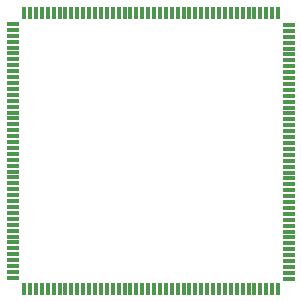
<source format=gbr>
%TF.GenerationSoftware,KiCad,Pcbnew,9.0.4*%
%TF.CreationDate,2025-11-13T11:22:40+01:00*%
%TF.ProjectId,Neptune-32x-315-5818-bypass,4e657074-756e-4652-9d33-32782d333135,rev?*%
%TF.SameCoordinates,Original*%
%TF.FileFunction,Soldermask,Top*%
%TF.FilePolarity,Negative*%
%FSLAX46Y46*%
G04 Gerber Fmt 4.6, Leading zero omitted, Abs format (unit mm)*
G04 Created by KiCad (PCBNEW 9.0.4) date 2025-11-13 11:22:40*
%MOMM*%
%LPD*%
G01*
G04 APERTURE LIST*
%ADD10R,1.000000X0.300000*%
%ADD11R,0.300000X1.000000*%
G04 APERTURE END LIST*
D10*
%TO.C,IC1*%
X125444800Y-78200400D03*
X125444800Y-78700400D03*
X125444800Y-79200400D03*
X125444800Y-79700400D03*
X125444800Y-80200400D03*
X125444800Y-80700400D03*
X125444800Y-81200400D03*
X125444800Y-81700400D03*
X125444800Y-82200400D03*
X125444800Y-82700400D03*
X125444800Y-83200400D03*
X125444800Y-83700400D03*
X125444800Y-84200400D03*
X125444800Y-84700400D03*
X125444800Y-85200400D03*
X125444800Y-85700400D03*
X125444800Y-86200400D03*
X125444800Y-86700400D03*
X125444800Y-87200400D03*
X125444800Y-87700400D03*
X125444800Y-88200400D03*
X125444800Y-88700400D03*
X125444800Y-89200400D03*
X125444800Y-89700400D03*
X125444800Y-90200400D03*
X125444800Y-90700400D03*
X125444800Y-91200400D03*
X125444800Y-91700400D03*
X125444800Y-92200400D03*
X125444800Y-92700400D03*
X125444800Y-93200400D03*
X125444800Y-93700400D03*
X125444800Y-94200400D03*
X125444800Y-94700400D03*
X125444800Y-95200400D03*
X125444800Y-95700400D03*
X125444800Y-96200400D03*
X125444800Y-96700400D03*
X125444800Y-97200400D03*
X125444800Y-97700400D03*
X125444800Y-98200400D03*
X125444800Y-98700400D03*
X125444800Y-99200400D03*
X125444800Y-99700400D03*
D11*
X126378800Y-100634400D03*
X126878800Y-100634400D03*
X127378800Y-100634400D03*
X127878800Y-100634400D03*
X128378800Y-100634400D03*
X128878800Y-100634400D03*
X129378800Y-100634400D03*
X129878800Y-100634400D03*
X130378800Y-100634400D03*
X130878800Y-100634400D03*
X131378800Y-100634400D03*
X131878800Y-100634400D03*
X132378800Y-100634400D03*
X132878800Y-100634400D03*
X133378800Y-100634400D03*
X133878800Y-100634400D03*
X134378800Y-100634400D03*
X134878800Y-100634400D03*
X135378800Y-100634400D03*
X135878800Y-100634400D03*
X136378800Y-100634400D03*
X136878800Y-100634400D03*
X137378800Y-100634400D03*
X137878800Y-100634400D03*
X138378800Y-100634400D03*
X138878800Y-100634400D03*
X139378800Y-100634400D03*
X139878800Y-100634400D03*
X140378800Y-100634400D03*
X140878800Y-100634400D03*
X141378800Y-100634400D03*
X141878800Y-100634400D03*
X142378800Y-100634400D03*
X142878800Y-100634400D03*
X143378800Y-100634400D03*
X143878800Y-100634400D03*
X144378800Y-100634400D03*
X144878800Y-100634400D03*
X145378800Y-100634400D03*
X145878800Y-100634400D03*
X146378800Y-100634400D03*
X146878800Y-100634400D03*
X147378800Y-100634400D03*
X147878800Y-100634400D03*
D10*
X148812800Y-99782400D03*
X148812800Y-99282400D03*
X148812800Y-98782400D03*
X148812800Y-98282400D03*
X148812800Y-97782400D03*
X148812800Y-97282400D03*
X148812800Y-96782400D03*
X148812800Y-96282400D03*
X148812800Y-95782400D03*
X148812800Y-95282400D03*
X148812800Y-94782400D03*
X148812800Y-94282400D03*
X148812800Y-93782400D03*
X148812800Y-93282400D03*
X148812800Y-92782400D03*
X148812800Y-92282400D03*
X148812800Y-91782400D03*
X148812800Y-91282400D03*
X148812800Y-90782400D03*
X148812800Y-90282400D03*
X148812800Y-89782400D03*
X148812800Y-89282400D03*
X148812800Y-88782400D03*
X148812800Y-88282400D03*
X148812800Y-87782400D03*
X148812800Y-87282400D03*
X148812800Y-86782400D03*
X148812800Y-86282400D03*
X148812800Y-85782400D03*
X148812800Y-85282400D03*
X148812800Y-84782400D03*
X148812800Y-84282400D03*
X148812800Y-83782400D03*
X148812800Y-83282400D03*
X148812800Y-82782400D03*
X148812800Y-82282400D03*
X148812800Y-81782400D03*
X148812800Y-81282400D03*
X148812800Y-80782400D03*
X148812800Y-80282400D03*
X148812800Y-79782400D03*
X148812800Y-79282400D03*
X148812800Y-78782400D03*
X148812800Y-78282400D03*
D11*
X147878800Y-77266400D03*
X147378800Y-77266400D03*
X146878800Y-77266400D03*
X146378800Y-77266400D03*
X145878800Y-77266400D03*
X145378800Y-77266400D03*
X144878800Y-77266400D03*
X144378800Y-77266400D03*
X143878800Y-77266400D03*
X143378800Y-77266400D03*
X142878800Y-77266400D03*
X142378800Y-77266400D03*
X141878800Y-77266400D03*
X141378800Y-77266400D03*
X140878800Y-77266400D03*
X140378800Y-77266400D03*
X139878800Y-77266400D03*
X139378800Y-77266400D03*
X138878800Y-77266400D03*
X138378800Y-77266400D03*
X137878800Y-77266400D03*
X137378800Y-77266400D03*
X136878800Y-77266400D03*
X136378800Y-77266400D03*
X135878800Y-77266400D03*
X135378800Y-77266400D03*
X134878800Y-77266400D03*
X134378800Y-77266400D03*
X133878800Y-77266400D03*
X133378800Y-77266400D03*
X132878800Y-77266400D03*
X132378800Y-77266400D03*
X131878800Y-77266400D03*
X131378800Y-77266400D03*
X130878800Y-77266400D03*
X130378800Y-77266400D03*
X129878800Y-77266400D03*
X129378800Y-77266400D03*
X128878800Y-77266400D03*
X128378800Y-77266400D03*
X127878800Y-77266400D03*
X127378800Y-77266400D03*
X126878800Y-77266400D03*
X126378800Y-77266400D03*
%TD*%
M02*

</source>
